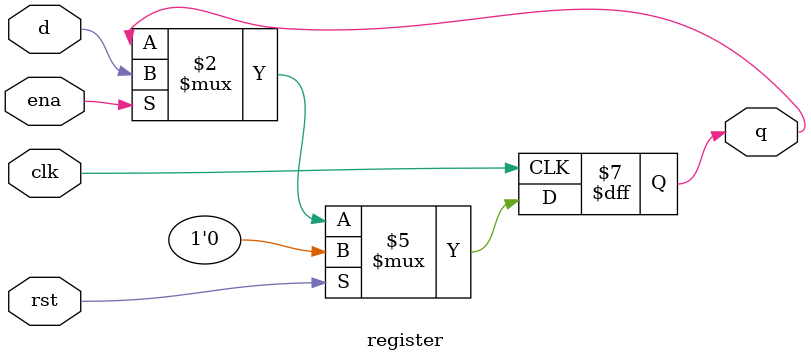
<source format=sv>
`timescale 1ns/1ps
`default_nettype none

/*
A synchronous register (batch of flip flops) with rst > ena.
*/

module register(clk, ena, rst, d, q);
parameter N = 1;
parameter RESET = 0; // Value to reset to.

input wire clk, ena, rst;
input wire [N-1:0] d;
output logic [N-1:0] q;

always_ff @(negedge clk) begin
  if (rst) begin
    q <= RESET;
  end
  else begin
    if (ena) begin
      q <= d;
    end
  end
end

endmodule

</source>
